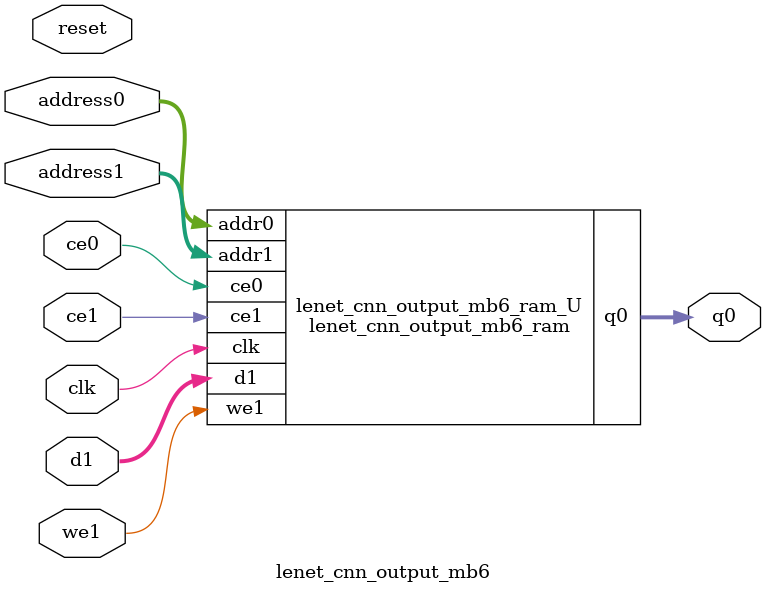
<source format=v>
`timescale 1 ns / 1 ps
module lenet_cnn_output_mb6_ram (addr0, ce0, q0, addr1, ce1, d1, we1,  clk);

parameter DWIDTH = 32;
parameter AWIDTH = 4;
parameter MEM_SIZE = 10;

input[AWIDTH-1:0] addr0;
input ce0;
output reg[DWIDTH-1:0] q0;
input[AWIDTH-1:0] addr1;
input ce1;
input[DWIDTH-1:0] d1;
input we1;
input clk;

(* ram_style = "distributed" *)reg [DWIDTH-1:0] ram[0:MEM_SIZE-1];




always @(posedge clk)  
begin 
    if (ce0) 
    begin
        q0 <= ram[addr0];
    end
end


always @(posedge clk)  
begin 
    if (ce1) 
    begin
        if (we1) 
        begin 
            ram[addr1] <= d1; 
        end 
    end
end


endmodule

`timescale 1 ns / 1 ps
module lenet_cnn_output_mb6(
    reset,
    clk,
    address0,
    ce0,
    q0,
    address1,
    ce1,
    we1,
    d1);

parameter DataWidth = 32'd32;
parameter AddressRange = 32'd10;
parameter AddressWidth = 32'd4;
input reset;
input clk;
input[AddressWidth - 1:0] address0;
input ce0;
output[DataWidth - 1:0] q0;
input[AddressWidth - 1:0] address1;
input ce1;
input we1;
input[DataWidth - 1:0] d1;



lenet_cnn_output_mb6_ram lenet_cnn_output_mb6_ram_U(
    .clk( clk ),
    .addr0( address0 ),
    .ce0( ce0 ),
    .q0( q0 ),
    .addr1( address1 ),
    .ce1( ce1 ),
    .we1( we1 ),
    .d1( d1 ));

endmodule


</source>
